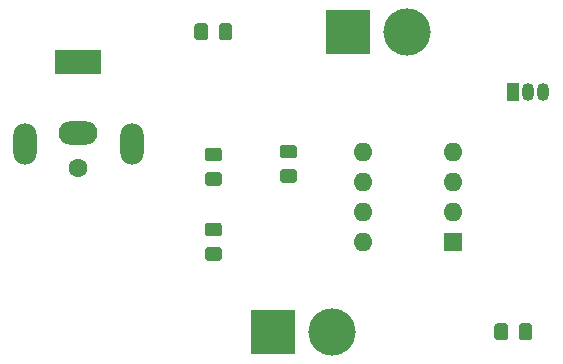
<source format=gbr>
G04 #@! TF.GenerationSoftware,KiCad,Pcbnew,(5.1.5-0-10_14)*
G04 #@! TF.CreationDate,2020-05-18T16:23:34+03:00*
G04 #@! TF.ProjectId,final2,66696e61-6c32-42e6-9b69-6361645f7063,rev?*
G04 #@! TF.SameCoordinates,Original*
G04 #@! TF.FileFunction,Soldermask,Top*
G04 #@! TF.FilePolarity,Negative*
%FSLAX46Y46*%
G04 Gerber Fmt 4.6, Leading zero omitted, Abs format (unit mm)*
G04 Created by KiCad (PCBNEW (5.1.5-0-10_14)) date 2020-05-18 16:23:34*
%MOMM*%
%LPD*%
G04 APERTURE LIST*
%ADD10R,1.600000X1.600000*%
%ADD11O,1.600000X1.600000*%
%ADD12C,0.100000*%
%ADD13R,3.800000X3.800000*%
%ADD14C,4.000000*%
%ADD15R,4.000000X2.000000*%
%ADD16O,3.300000X2.000000*%
%ADD17O,2.000000X3.500000*%
%ADD18C,1.600000*%
%ADD19O,1.050000X1.500000*%
%ADD20R,1.050000X1.500000*%
G04 APERTURE END LIST*
D10*
X152400000Y-92710000D03*
D11*
X144780000Y-85090000D03*
X152400000Y-90170000D03*
X144780000Y-87630000D03*
X152400000Y-87630000D03*
X144780000Y-90170000D03*
X152400000Y-85090000D03*
X144780000Y-92710000D03*
D12*
G36*
X132554505Y-84761204D02*
G01*
X132578773Y-84764804D01*
X132602572Y-84770765D01*
X132625671Y-84779030D01*
X132647850Y-84789520D01*
X132668893Y-84802132D01*
X132688599Y-84816747D01*
X132706777Y-84833223D01*
X132723253Y-84851401D01*
X132737868Y-84871107D01*
X132750480Y-84892150D01*
X132760970Y-84914329D01*
X132769235Y-84937428D01*
X132775196Y-84961227D01*
X132778796Y-84985495D01*
X132780000Y-85009999D01*
X132780000Y-85660001D01*
X132778796Y-85684505D01*
X132775196Y-85708773D01*
X132769235Y-85732572D01*
X132760970Y-85755671D01*
X132750480Y-85777850D01*
X132737868Y-85798893D01*
X132723253Y-85818599D01*
X132706777Y-85836777D01*
X132688599Y-85853253D01*
X132668893Y-85867868D01*
X132647850Y-85880480D01*
X132625671Y-85890970D01*
X132602572Y-85899235D01*
X132578773Y-85905196D01*
X132554505Y-85908796D01*
X132530001Y-85910000D01*
X131629999Y-85910000D01*
X131605495Y-85908796D01*
X131581227Y-85905196D01*
X131557428Y-85899235D01*
X131534329Y-85890970D01*
X131512150Y-85880480D01*
X131491107Y-85867868D01*
X131471401Y-85853253D01*
X131453223Y-85836777D01*
X131436747Y-85818599D01*
X131422132Y-85798893D01*
X131409520Y-85777850D01*
X131399030Y-85755671D01*
X131390765Y-85732572D01*
X131384804Y-85708773D01*
X131381204Y-85684505D01*
X131380000Y-85660001D01*
X131380000Y-85009999D01*
X131381204Y-84985495D01*
X131384804Y-84961227D01*
X131390765Y-84937428D01*
X131399030Y-84914329D01*
X131409520Y-84892150D01*
X131422132Y-84871107D01*
X131436747Y-84851401D01*
X131453223Y-84833223D01*
X131471401Y-84816747D01*
X131491107Y-84802132D01*
X131512150Y-84789520D01*
X131534329Y-84779030D01*
X131557428Y-84770765D01*
X131581227Y-84764804D01*
X131605495Y-84761204D01*
X131629999Y-84760000D01*
X132530001Y-84760000D01*
X132554505Y-84761204D01*
G37*
G36*
X132554505Y-86811204D02*
G01*
X132578773Y-86814804D01*
X132602572Y-86820765D01*
X132625671Y-86829030D01*
X132647850Y-86839520D01*
X132668893Y-86852132D01*
X132688599Y-86866747D01*
X132706777Y-86883223D01*
X132723253Y-86901401D01*
X132737868Y-86921107D01*
X132750480Y-86942150D01*
X132760970Y-86964329D01*
X132769235Y-86987428D01*
X132775196Y-87011227D01*
X132778796Y-87035495D01*
X132780000Y-87059999D01*
X132780000Y-87710001D01*
X132778796Y-87734505D01*
X132775196Y-87758773D01*
X132769235Y-87782572D01*
X132760970Y-87805671D01*
X132750480Y-87827850D01*
X132737868Y-87848893D01*
X132723253Y-87868599D01*
X132706777Y-87886777D01*
X132688599Y-87903253D01*
X132668893Y-87917868D01*
X132647850Y-87930480D01*
X132625671Y-87940970D01*
X132602572Y-87949235D01*
X132578773Y-87955196D01*
X132554505Y-87958796D01*
X132530001Y-87960000D01*
X131629999Y-87960000D01*
X131605495Y-87958796D01*
X131581227Y-87955196D01*
X131557428Y-87949235D01*
X131534329Y-87940970D01*
X131512150Y-87930480D01*
X131491107Y-87917868D01*
X131471401Y-87903253D01*
X131453223Y-87886777D01*
X131436747Y-87868599D01*
X131422132Y-87848893D01*
X131409520Y-87827850D01*
X131399030Y-87805671D01*
X131390765Y-87782572D01*
X131384804Y-87758773D01*
X131381204Y-87734505D01*
X131380000Y-87710001D01*
X131380000Y-87059999D01*
X131381204Y-87035495D01*
X131384804Y-87011227D01*
X131390765Y-86987428D01*
X131399030Y-86964329D01*
X131409520Y-86942150D01*
X131422132Y-86921107D01*
X131436747Y-86901401D01*
X131453223Y-86883223D01*
X131471401Y-86866747D01*
X131491107Y-86852132D01*
X131512150Y-86839520D01*
X131534329Y-86829030D01*
X131557428Y-86820765D01*
X131581227Y-86814804D01*
X131605495Y-86811204D01*
X131629999Y-86810000D01*
X132530001Y-86810000D01*
X132554505Y-86811204D01*
G37*
G36*
X138904505Y-86566204D02*
G01*
X138928773Y-86569804D01*
X138952572Y-86575765D01*
X138975671Y-86584030D01*
X138997850Y-86594520D01*
X139018893Y-86607132D01*
X139038599Y-86621747D01*
X139056777Y-86638223D01*
X139073253Y-86656401D01*
X139087868Y-86676107D01*
X139100480Y-86697150D01*
X139110970Y-86719329D01*
X139119235Y-86742428D01*
X139125196Y-86766227D01*
X139128796Y-86790495D01*
X139130000Y-86814999D01*
X139130000Y-87465001D01*
X139128796Y-87489505D01*
X139125196Y-87513773D01*
X139119235Y-87537572D01*
X139110970Y-87560671D01*
X139100480Y-87582850D01*
X139087868Y-87603893D01*
X139073253Y-87623599D01*
X139056777Y-87641777D01*
X139038599Y-87658253D01*
X139018893Y-87672868D01*
X138997850Y-87685480D01*
X138975671Y-87695970D01*
X138952572Y-87704235D01*
X138928773Y-87710196D01*
X138904505Y-87713796D01*
X138880001Y-87715000D01*
X137979999Y-87715000D01*
X137955495Y-87713796D01*
X137931227Y-87710196D01*
X137907428Y-87704235D01*
X137884329Y-87695970D01*
X137862150Y-87685480D01*
X137841107Y-87672868D01*
X137821401Y-87658253D01*
X137803223Y-87641777D01*
X137786747Y-87623599D01*
X137772132Y-87603893D01*
X137759520Y-87582850D01*
X137749030Y-87560671D01*
X137740765Y-87537572D01*
X137734804Y-87513773D01*
X137731204Y-87489505D01*
X137730000Y-87465001D01*
X137730000Y-86814999D01*
X137731204Y-86790495D01*
X137734804Y-86766227D01*
X137740765Y-86742428D01*
X137749030Y-86719329D01*
X137759520Y-86697150D01*
X137772132Y-86676107D01*
X137786747Y-86656401D01*
X137803223Y-86638223D01*
X137821401Y-86621747D01*
X137841107Y-86607132D01*
X137862150Y-86594520D01*
X137884329Y-86584030D01*
X137907428Y-86575765D01*
X137931227Y-86569804D01*
X137955495Y-86566204D01*
X137979999Y-86565000D01*
X138880001Y-86565000D01*
X138904505Y-86566204D01*
G37*
G36*
X138904505Y-84516204D02*
G01*
X138928773Y-84519804D01*
X138952572Y-84525765D01*
X138975671Y-84534030D01*
X138997850Y-84544520D01*
X139018893Y-84557132D01*
X139038599Y-84571747D01*
X139056777Y-84588223D01*
X139073253Y-84606401D01*
X139087868Y-84626107D01*
X139100480Y-84647150D01*
X139110970Y-84669329D01*
X139119235Y-84692428D01*
X139125196Y-84716227D01*
X139128796Y-84740495D01*
X139130000Y-84764999D01*
X139130000Y-85415001D01*
X139128796Y-85439505D01*
X139125196Y-85463773D01*
X139119235Y-85487572D01*
X139110970Y-85510671D01*
X139100480Y-85532850D01*
X139087868Y-85553893D01*
X139073253Y-85573599D01*
X139056777Y-85591777D01*
X139038599Y-85608253D01*
X139018893Y-85622868D01*
X138997850Y-85635480D01*
X138975671Y-85645970D01*
X138952572Y-85654235D01*
X138928773Y-85660196D01*
X138904505Y-85663796D01*
X138880001Y-85665000D01*
X137979999Y-85665000D01*
X137955495Y-85663796D01*
X137931227Y-85660196D01*
X137907428Y-85654235D01*
X137884329Y-85645970D01*
X137862150Y-85635480D01*
X137841107Y-85622868D01*
X137821401Y-85608253D01*
X137803223Y-85591777D01*
X137786747Y-85573599D01*
X137772132Y-85553893D01*
X137759520Y-85532850D01*
X137749030Y-85510671D01*
X137740765Y-85487572D01*
X137734804Y-85463773D01*
X137731204Y-85439505D01*
X137730000Y-85415001D01*
X137730000Y-84764999D01*
X137731204Y-84740495D01*
X137734804Y-84716227D01*
X137740765Y-84692428D01*
X137749030Y-84669329D01*
X137759520Y-84647150D01*
X137772132Y-84626107D01*
X137786747Y-84606401D01*
X137803223Y-84588223D01*
X137821401Y-84571747D01*
X137841107Y-84557132D01*
X137862150Y-84544520D01*
X137884329Y-84534030D01*
X137907428Y-84525765D01*
X137931227Y-84519804D01*
X137955495Y-84516204D01*
X137979999Y-84515000D01*
X138880001Y-84515000D01*
X138904505Y-84516204D01*
G37*
D13*
X137160000Y-100330000D03*
D14*
X142160000Y-100330000D03*
X148510000Y-74930000D03*
D13*
X143510000Y-74930000D03*
D15*
X120650000Y-77470000D03*
D16*
X120650000Y-83470000D03*
D17*
X116150000Y-84470000D03*
X125150000Y-84470000D03*
D18*
X120650000Y-86470000D03*
D19*
X158750000Y-80010000D03*
X160020000Y-80010000D03*
D20*
X157480000Y-80010000D03*
D12*
G36*
X158854505Y-99631204D02*
G01*
X158878773Y-99634804D01*
X158902572Y-99640765D01*
X158925671Y-99649030D01*
X158947850Y-99659520D01*
X158968893Y-99672132D01*
X158988599Y-99686747D01*
X159006777Y-99703223D01*
X159023253Y-99721401D01*
X159037868Y-99741107D01*
X159050480Y-99762150D01*
X159060970Y-99784329D01*
X159069235Y-99807428D01*
X159075196Y-99831227D01*
X159078796Y-99855495D01*
X159080000Y-99879999D01*
X159080000Y-100780001D01*
X159078796Y-100804505D01*
X159075196Y-100828773D01*
X159069235Y-100852572D01*
X159060970Y-100875671D01*
X159050480Y-100897850D01*
X159037868Y-100918893D01*
X159023253Y-100938599D01*
X159006777Y-100956777D01*
X158988599Y-100973253D01*
X158968893Y-100987868D01*
X158947850Y-101000480D01*
X158925671Y-101010970D01*
X158902572Y-101019235D01*
X158878773Y-101025196D01*
X158854505Y-101028796D01*
X158830001Y-101030000D01*
X158179999Y-101030000D01*
X158155495Y-101028796D01*
X158131227Y-101025196D01*
X158107428Y-101019235D01*
X158084329Y-101010970D01*
X158062150Y-101000480D01*
X158041107Y-100987868D01*
X158021401Y-100973253D01*
X158003223Y-100956777D01*
X157986747Y-100938599D01*
X157972132Y-100918893D01*
X157959520Y-100897850D01*
X157949030Y-100875671D01*
X157940765Y-100852572D01*
X157934804Y-100828773D01*
X157931204Y-100804505D01*
X157930000Y-100780001D01*
X157930000Y-99879999D01*
X157931204Y-99855495D01*
X157934804Y-99831227D01*
X157940765Y-99807428D01*
X157949030Y-99784329D01*
X157959520Y-99762150D01*
X157972132Y-99741107D01*
X157986747Y-99721401D01*
X158003223Y-99703223D01*
X158021401Y-99686747D01*
X158041107Y-99672132D01*
X158062150Y-99659520D01*
X158084329Y-99649030D01*
X158107428Y-99640765D01*
X158131227Y-99634804D01*
X158155495Y-99631204D01*
X158179999Y-99630000D01*
X158830001Y-99630000D01*
X158854505Y-99631204D01*
G37*
G36*
X156804505Y-99631204D02*
G01*
X156828773Y-99634804D01*
X156852572Y-99640765D01*
X156875671Y-99649030D01*
X156897850Y-99659520D01*
X156918893Y-99672132D01*
X156938599Y-99686747D01*
X156956777Y-99703223D01*
X156973253Y-99721401D01*
X156987868Y-99741107D01*
X157000480Y-99762150D01*
X157010970Y-99784329D01*
X157019235Y-99807428D01*
X157025196Y-99831227D01*
X157028796Y-99855495D01*
X157030000Y-99879999D01*
X157030000Y-100780001D01*
X157028796Y-100804505D01*
X157025196Y-100828773D01*
X157019235Y-100852572D01*
X157010970Y-100875671D01*
X157000480Y-100897850D01*
X156987868Y-100918893D01*
X156973253Y-100938599D01*
X156956777Y-100956777D01*
X156938599Y-100973253D01*
X156918893Y-100987868D01*
X156897850Y-101000480D01*
X156875671Y-101010970D01*
X156852572Y-101019235D01*
X156828773Y-101025196D01*
X156804505Y-101028796D01*
X156780001Y-101030000D01*
X156129999Y-101030000D01*
X156105495Y-101028796D01*
X156081227Y-101025196D01*
X156057428Y-101019235D01*
X156034329Y-101010970D01*
X156012150Y-101000480D01*
X155991107Y-100987868D01*
X155971401Y-100973253D01*
X155953223Y-100956777D01*
X155936747Y-100938599D01*
X155922132Y-100918893D01*
X155909520Y-100897850D01*
X155899030Y-100875671D01*
X155890765Y-100852572D01*
X155884804Y-100828773D01*
X155881204Y-100804505D01*
X155880000Y-100780001D01*
X155880000Y-99879999D01*
X155881204Y-99855495D01*
X155884804Y-99831227D01*
X155890765Y-99807428D01*
X155899030Y-99784329D01*
X155909520Y-99762150D01*
X155922132Y-99741107D01*
X155936747Y-99721401D01*
X155953223Y-99703223D01*
X155971401Y-99686747D01*
X155991107Y-99672132D01*
X156012150Y-99659520D01*
X156034329Y-99649030D01*
X156057428Y-99640765D01*
X156081227Y-99634804D01*
X156105495Y-99631204D01*
X156129999Y-99630000D01*
X156780001Y-99630000D01*
X156804505Y-99631204D01*
G37*
G36*
X131404505Y-74231204D02*
G01*
X131428773Y-74234804D01*
X131452572Y-74240765D01*
X131475671Y-74249030D01*
X131497850Y-74259520D01*
X131518893Y-74272132D01*
X131538599Y-74286747D01*
X131556777Y-74303223D01*
X131573253Y-74321401D01*
X131587868Y-74341107D01*
X131600480Y-74362150D01*
X131610970Y-74384329D01*
X131619235Y-74407428D01*
X131625196Y-74431227D01*
X131628796Y-74455495D01*
X131630000Y-74479999D01*
X131630000Y-75380001D01*
X131628796Y-75404505D01*
X131625196Y-75428773D01*
X131619235Y-75452572D01*
X131610970Y-75475671D01*
X131600480Y-75497850D01*
X131587868Y-75518893D01*
X131573253Y-75538599D01*
X131556777Y-75556777D01*
X131538599Y-75573253D01*
X131518893Y-75587868D01*
X131497850Y-75600480D01*
X131475671Y-75610970D01*
X131452572Y-75619235D01*
X131428773Y-75625196D01*
X131404505Y-75628796D01*
X131380001Y-75630000D01*
X130729999Y-75630000D01*
X130705495Y-75628796D01*
X130681227Y-75625196D01*
X130657428Y-75619235D01*
X130634329Y-75610970D01*
X130612150Y-75600480D01*
X130591107Y-75587868D01*
X130571401Y-75573253D01*
X130553223Y-75556777D01*
X130536747Y-75538599D01*
X130522132Y-75518893D01*
X130509520Y-75497850D01*
X130499030Y-75475671D01*
X130490765Y-75452572D01*
X130484804Y-75428773D01*
X130481204Y-75404505D01*
X130480000Y-75380001D01*
X130480000Y-74479999D01*
X130481204Y-74455495D01*
X130484804Y-74431227D01*
X130490765Y-74407428D01*
X130499030Y-74384329D01*
X130509520Y-74362150D01*
X130522132Y-74341107D01*
X130536747Y-74321401D01*
X130553223Y-74303223D01*
X130571401Y-74286747D01*
X130591107Y-74272132D01*
X130612150Y-74259520D01*
X130634329Y-74249030D01*
X130657428Y-74240765D01*
X130681227Y-74234804D01*
X130705495Y-74231204D01*
X130729999Y-74230000D01*
X131380001Y-74230000D01*
X131404505Y-74231204D01*
G37*
G36*
X133454505Y-74231204D02*
G01*
X133478773Y-74234804D01*
X133502572Y-74240765D01*
X133525671Y-74249030D01*
X133547850Y-74259520D01*
X133568893Y-74272132D01*
X133588599Y-74286747D01*
X133606777Y-74303223D01*
X133623253Y-74321401D01*
X133637868Y-74341107D01*
X133650480Y-74362150D01*
X133660970Y-74384329D01*
X133669235Y-74407428D01*
X133675196Y-74431227D01*
X133678796Y-74455495D01*
X133680000Y-74479999D01*
X133680000Y-75380001D01*
X133678796Y-75404505D01*
X133675196Y-75428773D01*
X133669235Y-75452572D01*
X133660970Y-75475671D01*
X133650480Y-75497850D01*
X133637868Y-75518893D01*
X133623253Y-75538599D01*
X133606777Y-75556777D01*
X133588599Y-75573253D01*
X133568893Y-75587868D01*
X133547850Y-75600480D01*
X133525671Y-75610970D01*
X133502572Y-75619235D01*
X133478773Y-75625196D01*
X133454505Y-75628796D01*
X133430001Y-75630000D01*
X132779999Y-75630000D01*
X132755495Y-75628796D01*
X132731227Y-75625196D01*
X132707428Y-75619235D01*
X132684329Y-75610970D01*
X132662150Y-75600480D01*
X132641107Y-75587868D01*
X132621401Y-75573253D01*
X132603223Y-75556777D01*
X132586747Y-75538599D01*
X132572132Y-75518893D01*
X132559520Y-75497850D01*
X132549030Y-75475671D01*
X132540765Y-75452572D01*
X132534804Y-75428773D01*
X132531204Y-75404505D01*
X132530000Y-75380001D01*
X132530000Y-74479999D01*
X132531204Y-74455495D01*
X132534804Y-74431227D01*
X132540765Y-74407428D01*
X132549030Y-74384329D01*
X132559520Y-74362150D01*
X132572132Y-74341107D01*
X132586747Y-74321401D01*
X132603223Y-74303223D01*
X132621401Y-74286747D01*
X132641107Y-74272132D01*
X132662150Y-74259520D01*
X132684329Y-74249030D01*
X132707428Y-74240765D01*
X132731227Y-74234804D01*
X132755495Y-74231204D01*
X132779999Y-74230000D01*
X133430001Y-74230000D01*
X133454505Y-74231204D01*
G37*
G36*
X132554505Y-93161204D02*
G01*
X132578773Y-93164804D01*
X132602572Y-93170765D01*
X132625671Y-93179030D01*
X132647850Y-93189520D01*
X132668893Y-93202132D01*
X132688599Y-93216747D01*
X132706777Y-93233223D01*
X132723253Y-93251401D01*
X132737868Y-93271107D01*
X132750480Y-93292150D01*
X132760970Y-93314329D01*
X132769235Y-93337428D01*
X132775196Y-93361227D01*
X132778796Y-93385495D01*
X132780000Y-93409999D01*
X132780000Y-94060001D01*
X132778796Y-94084505D01*
X132775196Y-94108773D01*
X132769235Y-94132572D01*
X132760970Y-94155671D01*
X132750480Y-94177850D01*
X132737868Y-94198893D01*
X132723253Y-94218599D01*
X132706777Y-94236777D01*
X132688599Y-94253253D01*
X132668893Y-94267868D01*
X132647850Y-94280480D01*
X132625671Y-94290970D01*
X132602572Y-94299235D01*
X132578773Y-94305196D01*
X132554505Y-94308796D01*
X132530001Y-94310000D01*
X131629999Y-94310000D01*
X131605495Y-94308796D01*
X131581227Y-94305196D01*
X131557428Y-94299235D01*
X131534329Y-94290970D01*
X131512150Y-94280480D01*
X131491107Y-94267868D01*
X131471401Y-94253253D01*
X131453223Y-94236777D01*
X131436747Y-94218599D01*
X131422132Y-94198893D01*
X131409520Y-94177850D01*
X131399030Y-94155671D01*
X131390765Y-94132572D01*
X131384804Y-94108773D01*
X131381204Y-94084505D01*
X131380000Y-94060001D01*
X131380000Y-93409999D01*
X131381204Y-93385495D01*
X131384804Y-93361227D01*
X131390765Y-93337428D01*
X131399030Y-93314329D01*
X131409520Y-93292150D01*
X131422132Y-93271107D01*
X131436747Y-93251401D01*
X131453223Y-93233223D01*
X131471401Y-93216747D01*
X131491107Y-93202132D01*
X131512150Y-93189520D01*
X131534329Y-93179030D01*
X131557428Y-93170765D01*
X131581227Y-93164804D01*
X131605495Y-93161204D01*
X131629999Y-93160000D01*
X132530001Y-93160000D01*
X132554505Y-93161204D01*
G37*
G36*
X132554505Y-91111204D02*
G01*
X132578773Y-91114804D01*
X132602572Y-91120765D01*
X132625671Y-91129030D01*
X132647850Y-91139520D01*
X132668893Y-91152132D01*
X132688599Y-91166747D01*
X132706777Y-91183223D01*
X132723253Y-91201401D01*
X132737868Y-91221107D01*
X132750480Y-91242150D01*
X132760970Y-91264329D01*
X132769235Y-91287428D01*
X132775196Y-91311227D01*
X132778796Y-91335495D01*
X132780000Y-91359999D01*
X132780000Y-92010001D01*
X132778796Y-92034505D01*
X132775196Y-92058773D01*
X132769235Y-92082572D01*
X132760970Y-92105671D01*
X132750480Y-92127850D01*
X132737868Y-92148893D01*
X132723253Y-92168599D01*
X132706777Y-92186777D01*
X132688599Y-92203253D01*
X132668893Y-92217868D01*
X132647850Y-92230480D01*
X132625671Y-92240970D01*
X132602572Y-92249235D01*
X132578773Y-92255196D01*
X132554505Y-92258796D01*
X132530001Y-92260000D01*
X131629999Y-92260000D01*
X131605495Y-92258796D01*
X131581227Y-92255196D01*
X131557428Y-92249235D01*
X131534329Y-92240970D01*
X131512150Y-92230480D01*
X131491107Y-92217868D01*
X131471401Y-92203253D01*
X131453223Y-92186777D01*
X131436747Y-92168599D01*
X131422132Y-92148893D01*
X131409520Y-92127850D01*
X131399030Y-92105671D01*
X131390765Y-92082572D01*
X131384804Y-92058773D01*
X131381204Y-92034505D01*
X131380000Y-92010001D01*
X131380000Y-91359999D01*
X131381204Y-91335495D01*
X131384804Y-91311227D01*
X131390765Y-91287428D01*
X131399030Y-91264329D01*
X131409520Y-91242150D01*
X131422132Y-91221107D01*
X131436747Y-91201401D01*
X131453223Y-91183223D01*
X131471401Y-91166747D01*
X131491107Y-91152132D01*
X131512150Y-91139520D01*
X131534329Y-91129030D01*
X131557428Y-91120765D01*
X131581227Y-91114804D01*
X131605495Y-91111204D01*
X131629999Y-91110000D01*
X132530001Y-91110000D01*
X132554505Y-91111204D01*
G37*
M02*

</source>
